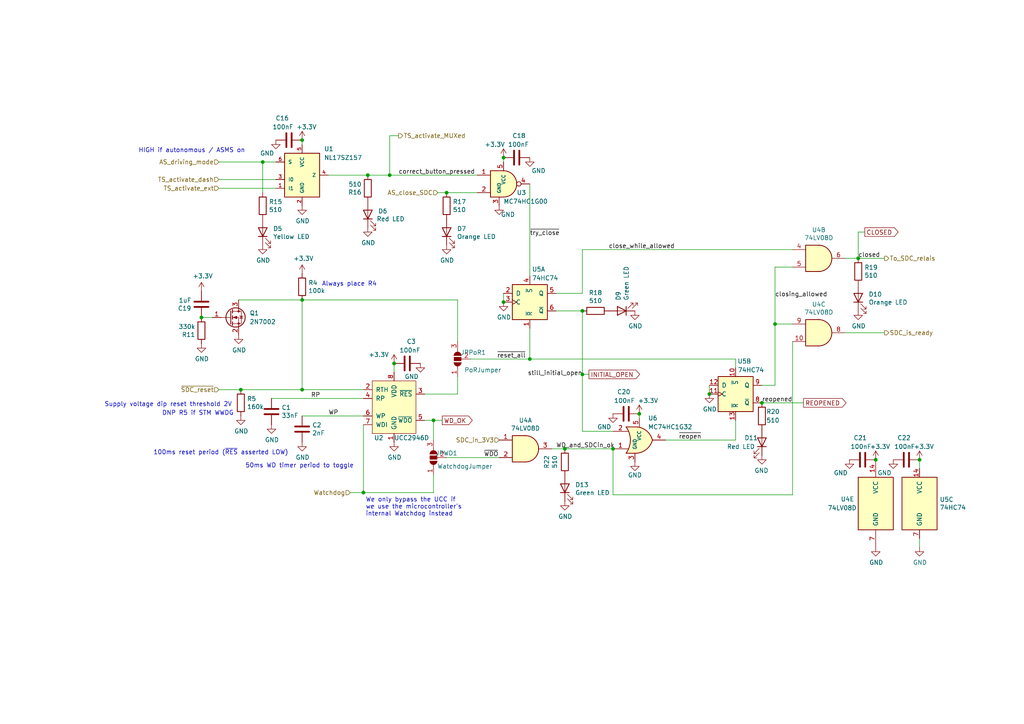
<source format=kicad_sch>
(kicad_sch (version 20211123) (generator eeschema)
  (paper "A4")
  (title_block (title "SDCL - Non-Programmable Logic") (date "2021-12-16") (rev "v1.0") (company "FaSTTUBe - Formula Student Team TU Berlin") (comment 1 "Car 113") (comment 2 "EBS Electronics") (comment 3 "Compliance for rule T 14.5.1 and T 14.5.2") (comment 4 "Hard-Wired logic for SDC relay latching and activation buttons"))
  (lib_symbols
    (symbol "74xx:74HC74" (pin_names (offset 1.016))
      (property "Reference" "U" (at -7.62 8.89 0))
      (property "Value" "74HC74" (at -7.62 -8.89 0))
      (symbol "74HC74_1_0"
        (pin input line (at 0 -7.62 90) (length 2.54) (name "~{R}") (number "1"))
        (pin input line (at -7.62 2.54 0) (length 2.54) (name "D") (number "2"))
        (pin input clock (at -7.62 0 0) (length 2.54) (name "C") (number "3"))
        (pin input line (at 0 7.62 270) (length 2.54) (name "~{S}") (number "4"))
        (pin output line (at 7.62 2.54 180) (length 2.54) (name "Q") (number "5"))
        (pin output line (at 7.62 -2.54 180) (length 2.54) (name "~{Q}") (number "6"))
      )
      (symbol "74HC74_1_1"
        (rectangle (start -5.08 5.08) (end 5.08 -5.08) (stroke (width 0.254)) (fill (type background)))
      )
      (symbol "74HC74_2_0"
        (pin input line (at 0 7.62 270) (length 2.54) (name "~{S}") (number "10"))
        (pin input clock (at -7.62 0 0) (length 2.54) (name "C") (number "11"))
        (pin input line (at -7.62 2.54 0) (length 2.54) (name "D") (number "12"))
        (pin input line (at 0 -7.62 90) (length 2.54) (name "~{R}") (number "13"))
        (pin output line (at 7.62 -2.54 180) (length 2.54) (name "~{Q}") (number "8"))
        (pin output line (at 7.62 2.54 180) (length 2.54) (name "Q") (number "9"))
      )
      (symbol "74HC74_2_1"
        (rectangle (start -5.08 5.08) (end 5.08 -5.08) (stroke (width 0.254)) (fill (type background)))
      )
      (symbol "74HC74_3_0"
        (pin power_in line (at 0 10.16 270) (length 2.54) (name "VCC") (number "14"))
        (pin power_in line (at 0 -10.16 90) (length 2.54) (name "GND") (number "7"))
      )
      (symbol "74HC74_3_1"
        (rectangle (start -5.08 7.62) (end 5.08 -7.62) (stroke (width 0.254)) (fill (type background)))
      )
    )
    (symbol "Custom:74LV08D" (pin_names (offset 1.016))
      (property "Reference" "U" (at 3.81 6.35 0))
      (property "Value" "74LV08D" (at 7.62 3.81 0))
      (symbol "74LV08D_1_1"
        (arc (start 0 -3.81) (mid 3.81 0) (end 0 3.81) (stroke (width 0.254)) (fill (type background)))
        (polyline (pts (xy 0 3.81) (xy -3.81 3.81) (xy -3.81 -3.81) (xy 0 -3.81)) (stroke (width 0.254)) (fill (type background)))
        (pin input line (at -7.62 2.54 0) (length 3.81) (name "~") (number "1"))
        (pin input line (at -7.62 -2.54 0) (length 3.81) (name "~") (number "2"))
        (pin output line (at 7.62 0 180) (length 3.81) (name "~") (number "3"))
      )
      (symbol "74LV08D_1_2"
        (arc (start -3.81 -3.81) (mid -2.589 0) (end -3.81 3.81) (stroke (width 0.254)))
        (arc (start -0.6096 -3.81) (mid 2.1842 -2.5851) (end 3.81 0) (stroke (width 0.254)) (fill (type background)))
        (polyline (pts (xy -3.81 -3.81) (xy -0.635 -3.81)) (stroke (width 0.254)) (fill (type background)))
        (polyline (pts (xy -3.81 3.81) (xy -0.635 3.81)) (stroke (width 0.254)) (fill (type background)))
        (polyline (pts (xy -0.635 3.81) (xy -3.81 3.81) (xy -3.81 3.81) (xy -3.556 3.4036) (xy -3.0226 2.2606) (xy -2.6924 1.0414) (xy -2.6162 -0.254) (xy -2.7686 -1.4986) (xy -3.175 -2.7178) (xy -3.81 -3.81) (xy -3.81 -3.81) (xy -0.635 -3.81)) (stroke (width -25.4)) (fill (type background)))
        (arc (start 3.81 0) (mid 2.1915 2.5936) (end -0.6096 3.81) (stroke (width 0.254)) (fill (type background)))
        (pin input inverted (at -7.62 2.54 0) (length 4.318) (name "~") (number "1"))
        (pin input inverted (at -7.62 -2.54 0) (length 4.318) (name "~") (number "2"))
        (pin output inverted (at 7.62 0 180) (length 3.81) (name "~") (number "3"))
      )
      (symbol "74LV08D_2_1"
        (arc (start 0 -3.81) (mid 3.81 0) (end 0 3.81) (stroke (width 0.254)) (fill (type background)))
        (polyline (pts (xy 0 3.81) (xy -3.81 3.81) (xy -3.81 -3.81) (xy 0 -3.81)) (stroke (width 0.254)) (fill (type background)))
        (pin input line (at -7.62 2.54 0) (length 3.81) (name "~") (number "4"))
        (pin input line (at -7.62 -2.54 0) (length 3.81) (name "~") (number "5"))
        (pin output line (at 7.62 0 180) (length 3.81) (name "~") (number "6"))
      )
      (symbol "74LV08D_2_2"
        (arc (start -3.81 -3.81) (mid -2.589 0) (end -3.81 3.81) (stroke (width 0.254)))
        (arc (start -0.6096 -3.81) (mid 2.1842 -2.5851) (end 3.81 0) (stroke (width 0.254)) (fill (type background)))
        (polyline (pts (xy -3.81 -3.81) (xy -0.635 -3.81)) (stroke (width 0.254)) (fill (type background)))
        (polyline (pts (xy -3.81 3.81) (xy -0.635 3.81)) (stroke (width 0.254)) (fill (type background)))
        (polyline (pts (xy -0.635 3.81) (xy -3.81 3.81) (xy -3.81 3.81) (xy -3.556 3.4036) (xy -3.0226 2.2606) (xy -2.6924 1.0414) (xy -2.6162 -0.254) (xy -2.7686 -1.4986) (xy -3.175 -2.7178) (xy -3.81 -3.81) (xy -3.81 -3.81) (xy -0.635 -3.81)) (stroke (width -25.4)) (fill (type background)))
        (arc (start 3.81 0) (mid 2.1915 2.5936) (end -0.6096 3.81) (stroke (width 0.254)) (fill (type background)))
        (pin input inverted (at -7.62 2.54 0) (length 4.318) (name "~") (number "4"))
        (pin input inverted (at -7.62 -2.54 0) (length 4.318) (name "~") (number "5"))
        (pin output inverted (at 7.62 0 180) (length 3.81) (name "~") (number "6"))
      )
      (symbol "74LV08D_3_1"
        (arc (start 0 -3.81) (mid 3.81 0) (end 0 3.81) (stroke (width 0.254)) (fill (type background)))
        (polyline (pts (xy 0 3.81) (xy -3.81 3.81) (xy -3.81 -3.81) (xy 0 -3.81)) (stroke (width 0.254)) (fill (type background)))
        (pin input line (at -7.62 -2.54 0) (length 3.81) (name "~") (number "10"))
        (pin output line (at 7.62 0 180) (length 3.81) (name "~") (number "8"))
        (pin input line (at -7.62 2.54 0) (length 3.81) (name "~") (number "9"))
      )
      (symbol "74LV08D_3_2"
        (arc (start -3.81 -3.81) (mid -2.589 0) (end -3.81 3.81) (stroke (width 0.254)))
        (arc (start -0.6096 -3.81) (mid 2.1842 -2.5851) (end 3.81 0) (stroke (width 0.254)) (fill (type background)))
        (polyline (pts (xy -3.81 -3.81) (xy -0.635 -3.81)) (stroke (width 0.254)) (fill (type background)))
        (polyline (pts (xy -3.81 3.81) (xy -0.635 3.81)) (stroke (width 0.254)) (fill (type background)))
        (polyline (pts (xy -0.635 3.81) (xy -3.81 3.81) (xy -3.81 3.81) (xy -3.556 3.4036) (xy -3.0226 2.2606) (xy -2.6924 1.0414) (xy -2.6162 -0.254) (xy -2.7686 -1.4986) (xy -3.175 -2.7178) (xy -3.81 -3.81) (xy -3.81 -3.81) (xy -0.635 -3.81)) (stroke (width -25.4)) (fill (type background)))
        (arc (start 3.81 0) (mid 2.1915 2.5936) (end -0.6096 3.81) (stroke (width 0.254)) (fill (type background)))
        (pin input inverted (at -7.62 -2.54 0) (length 4.318) (name "~") (number "10"))
        (pin output inverted (at 7.62 0 180) (length 3.81) (name "~") (number "8"))
        (pin input inverted (at -7.62 2.54 0) (length 4.318) (name "~") (number "9"))
      )
      (symbol "74LV08D_4_1"
        (arc (start 0 -3.81) (mid 3.81 0) (end 0 3.81) (stroke (width 0.254)) (fill (type background)))
        (polyline (pts (xy 0 3.81) (xy -3.81 3.81) (xy -3.81 -3.81) (xy 0 -3.81)) (stroke (width 0.254)) (fill (type background)))
        (pin output line (at 7.62 0 180) (length 3.81) (name "~") (number "11"))
        (pin input line (at -7.62 2.54 0) (length 3.81) (name "~") (number "12"))
        (pin input line (at -7.62 -2.54 0) (length 3.81) (name "~") (number "13"))
      )
      (symbol "74LV08D_4_2"
        (arc (start -3.81 -3.81) (mid -2.589 0) (end -3.81 3.81) (stroke (width 0.254)))
        (arc (start -0.6096 -3.81) (mid 2.1842 -2.5851) (end 3.81 0) (stroke (width 0.254)) (fill (type background)))
        (polyline (pts (xy -3.81 -3.81) (xy -0.635 -3.81)) (stroke (width 0.254)) (fill (type background)))
        (polyline (pts (xy -3.81 3.81) (xy -0.635 3.81)) (stroke (width 0.254)) (fill (type background)))
        (polyline (pts (xy -0.635 3.81) (xy -3.81 3.81) (xy -3.81 3.81) (xy -3.556 3.4036) (xy -3.0226 2.2606) (xy -2.6924 1.0414) (xy -2.6162 -0.254) (xy -2.7686 -1.4986) (xy -3.175 -2.7178) (xy -3.81 -3.81) (xy -3.81 -3.81) (xy -0.635 -3.81)) (stroke (width -25.4)) (fill (type background)))
        (arc (start 3.81 0) (mid 2.1915 2.5936) (end -0.6096 3.81) (stroke (width 0.254)) (fill (type background)))
        (pin output inverted (at 7.62 0 180) (length 3.81) (name "~") (number "11"))
        (pin input inverted (at -7.62 2.54 0) (length 4.318) (name "~") (number "12"))
        (pin input inverted (at -7.62 -2.54 0) (length 4.318) (name "~") (number "13"))
      )
      (symbol "74LV08D_5_0"
        (pin power_in line (at 0 12.7 270) (length 5.08) (name "VCC") (number "14"))
        (pin power_in line (at 0 -12.7 90) (length 5.08) (name "GND") (number "7"))
      )
      (symbol "74LV08D_5_1"
        (rectangle (start -5.08 7.62) (end 5.08 -7.62) (stroke (width 0.254)) (fill (type background)))
      )
    )
    (symbol "Custom:MC74HC1G00" (pin_names (offset 1.016))
      (property "Reference" "U" (at 1.27 7.62 0))
      (property "Value" "MC74HC1G00" (at 7.62 5.08 0))
      (symbol "MC74HC1G00_1_1"
        (arc (start 0 -3.81) (mid 3.81 0) (end 0 3.81) (stroke (width 0.254)) (fill (type background)))
        (polyline (pts (xy 0 3.81) (xy -3.81 3.81) (xy -3.81 -3.81) (xy 0 -3.81)) (stroke (width 0.254)) (fill (type background)))
        (pin input line (at -7.62 2.54 0) (length 3.81) (name "~") (number "1"))
        (pin input line (at -7.62 -2.54 0) (length 3.81) (name "~") (number "2"))
        (pin power_in line (at -1.27 -6.35 90) (length 2.54) (name "GND") (number "3"))
        (pin output inverted (at 7.62 0 180) (length 3.81) (name "~") (number "4"))
        (pin power_in line (at 0 6.35 270) (length 2.54) (name "VCC") (number "5"))
      )
      (symbol "MC74HC1G00_1_2"
        (arc (start -3.81 -3.81) (mid -2.589 0) (end -3.81 3.81) (stroke (width 0.254)))
        (arc (start -0.6096 -3.81) (mid 2.1842 -2.5851) (end 3.81 0) (stroke (width 0.254)) (fill (type background)))
        (polyline (pts (xy -3.81 -3.81) (xy -0.635 -3.81)) (stroke (width 0.254)) (fill (type background)))
        (polyline (pts (xy -3.81 3.81) (xy -0.635 3.81)) (stroke (width 0.254)) (fill (type background)))
        (polyline (pts (xy -0.635 3.81) (xy -3.81 3.81) (xy -3.81 3.81) (xy -3.556 3.4036) (xy -3.0226 2.2606) (xy -2.6924 1.0414) (xy -2.6162 -0.254) (xy -2.7686 -1.4986) (xy -3.175 -2.7178) (xy -3.81 -3.81) (xy -3.81 -3.81) (xy -0.635 -3.81)) (stroke (width -25.4)) (fill (type background)))
        (arc (start 3.81 0) (mid 2.1915 2.5936) (end -0.6096 3.81) (stroke (width 0.254)) (fill (type background)))
        (pin input inverted (at -7.62 2.54 0) (length 4.318) (name "~") (number "1"))
        (pin input inverted (at -7.62 -2.54 0) (length 4.318) (name "~") (number "2"))
        (pin output line (at 7.62 0 180) (length 3.81) (name "~") (number "3"))
      )
    )
    (symbol "Custom:MC74HC1G32" (pin_names (offset 1.016))
      (property "Reference" "U6" (at 2.54 6.35 0))
      (property "Value" "MC74HC1G32" (at 2.54 3.81 0))
      (symbol "MC74HC1G32_1_1"
        (arc (start -3.81 -3.81) (mid -2.589 0) (end -3.81 3.81) (stroke (width 0.254)))
        (arc (start -0.6096 -3.81) (mid 2.1842 -2.5851) (end 3.81 0) (stroke (width 0.254)) (fill (type background)))
        (polyline (pts (xy -3.81 -3.81) (xy -0.635 -3.81)) (stroke (width 0.254)) (fill (type background)))
        (polyline (pts (xy -3.81 3.81) (xy -0.635 3.81)) (stroke (width 0.254)) (fill (type background)))
        (polyline (pts (xy -0.635 3.81) (xy -3.81 3.81) (xy -3.81 3.81) (xy -3.556 3.4036) (xy -3.0226 2.2606) (xy -2.6924 1.0414) (xy -2.6162 -0.254) (xy -2.7686 -1.4986) (xy -3.175 -2.7178) (xy -3.81 -3.81) (xy -3.81 -3.81) (xy -0.635 -3.81)) (stroke (width -25.4)) (fill (type background)))
        (arc (start 3.81 0) (mid 2.1915 2.5936) (end -0.6096 3.81) (stroke (width 0.254)) (fill (type background)))
        (pin input line (at -7.62 -2.54 0) (length 4.318) (name "~") (number "1"))
        (pin input line (at -7.62 2.54 0) (length 4.318) (name "~") (number "2"))
        (pin power_in line (at -1.27 -6.35 90) (length 2.54) (name "GND") (number "3"))
        (pin output line (at 7.62 0 180) (length 3.81) (name "~") (number "4"))
        (pin power_in line (at 0 6.35 270) (length 2.54) (name "VCC") (number "5"))
      )
      (symbol "MC74HC1G32_1_2"
        (arc (start 0 -3.81) (mid 3.81 0) (end 0 3.81) (stroke (width 0.254)) (fill (type background)))
        (polyline (pts (xy 0 3.81) (xy -3.81 3.81) (xy -3.81 -3.81) (xy 0 -3.81)) (stroke (width 0.254)) (fill (type background)))
        (pin input inverted (at -7.62 2.54 0) (length 3.81) (name "~") (number "1"))
        (pin input inverted (at -7.62 -2.54 0) (length 3.81) (name "~") (number "2"))
        (pin output inverted (at 7.62 0 180) (length 3.81) (name "~") (number "3"))
      )
    )
    (symbol "Custom:NL17SZ157" (pin_names (offset 1.016))
      (property "Reference" "U" (at 0 15.24 0))
      (property "Value" "NL17SZ157" (at 0 12.7 0))
      (symbol "NL17SZ157_1_1"
        (rectangle (start -5.08 6.35) (end 5.08 -6.35) (stroke (width 0.254)) (fill (type background)))
        (pin input line (at -7.62 -3.81 0) (length 2.54) (name "I1") (number "1"))
        (pin power_in line (at 0 -8.89 90) (length 2.54) (name "GND") (number "2"))
        (pin input line (at -7.62 -1.27 0) (length 2.54) (name "I0") (number "3"))
        (pin output line (at 7.62 0 180) (length 2.54) (name "Z") (number "4"))
        (pin power_in line (at 0 8.89 270) (length 2.54) (name "VCC") (number "5"))
        (pin input line (at -7.62 3.81 0) (length 2.54) (name "S") (number "6"))
      )
    )
    (symbol "Custom:UCC2946" (pin_names (offset 1.016))
      (property "Reference" "U" (at 0 15.24 0))
      (property "Value" "UCC2946" (at 0 12.7 0))
      (symbol "UCC2946_0_1"
        (rectangle (start -6.35 7.62) (end 6.35 -7.62) (fill (type background)))
      )
      (symbol "UCC2946_1_1"
        (pin power_in line (at 0 -10.16 90) (length 2.54) (name "GND") (number "1"))
        (pin input line (at -8.89 5.08 0) (length 2.54) (name "RTH") (number "2"))
        (pin input line (at 8.89 3.81 180) (length 2.54) (name "~{RES}") (number "3"))
        (pin input line (at -8.89 2.54 0) (length 2.54) (name "RP") (number "4"))
        (pin input line (at 8.89 -3.81 180) (length 2.54) (name "~{WDO}") (number "5"))
        (pin input line (at -8.89 -2.54 0) (length 2.54) (name "WP") (number "6"))
        (pin input line (at -8.89 -5.08 0) (length 2.54) (name "WDI") (number "7"))
        (pin power_in line (at 0 10.16 270) (length 2.54) (name "VDD") (number "8"))
      )
    )
    (symbol "Device:C" (pin_numbers hide) (pin_names (offset 0.254))
      (property "Reference" "C" (at 0.635 2.54 0))
      (property "Value" "C" (at 0.635 -2.54 0))
      (symbol "C_0_1"
        (polyline (pts (xy -2.032 -0.762) (xy 2.032 -0.762)) (stroke (width 0.508)))
        (polyline (pts (xy -2.032 0.762) (xy 2.032 0.762)) (stroke (width 0.508)))
      )
      (symbol "C_1_1"
        (pin passive line (at 0 3.81 270) (length 2.794) (name "~") (number "1"))
        (pin passive line (at 0 -3.81 90) (length 2.794) (name "~") (number "2"))
      )
    )
    (symbol "Device:LED" (pin_numbers hide) (pin_names (offset 1.016) hide)
      (property "Reference" "D" (at 0 2.54 0))
      (property "Value" "LED" (at 0 -2.54 0))
      (symbol "LED_0_1"
        (polyline (pts (xy -1.27 -1.27) (xy -1.27 1.27)) (stroke (width 0.254)))
        (polyline (pts (xy -1.27 0) (xy 1.27 0)))
        (polyline (pts (xy 1.27 -1.27) (xy 1.27 1.27) (xy -1.27 0) (xy 1.27 -1.27)) (stroke (width 0.254)))
        (polyline (pts (xy -3.048 -0.762) (xy -4.572 -2.286) (xy -3.81 -2.286) (xy -4.572 -2.286) (xy -4.572 -1.524)))
        (polyline (pts (xy -1.778 -0.762) (xy -3.302 -2.286) (xy -2.54 -2.286) (xy -3.302 -2.286) (xy -3.302 -1.524)))
      )
      (symbol "LED_1_1"
        (pin passive line (at -3.81 0 0) (length 2.54) (name "K") (number "1"))
        (pin passive line (at 3.81 0 180) (length 2.54) (name "A") (number "2"))
      )
    )
    (symbol "Device:Q_NMOS_GSD" (pin_names (offset 0) hide)
      (property "Reference" "Q" (at 5.08 1.27 0))
      (property "Value" "Q_NMOS_GSD" (at 5.08 -1.27 0))
      (symbol "Q_NMOS_GSD_0_1"
        (polyline (pts (xy 0.254 0) (xy -2.54 0)))
        (polyline (pts (xy 0.254 1.905) (xy 0.254 -1.905)) (stroke (width 0.254)))
        (polyline (pts (xy 0.762 -1.27) (xy 0.762 -2.286)) (stroke (width 0.254)))
        (polyline (pts (xy 0.762 0.508) (xy 0.762 -0.508)) (stroke (width 0.254)))
        (polyline (pts (xy 0.762 2.286) (xy 0.762 1.27)) (stroke (width 0.254)))
        (polyline (pts (xy 2.54 2.54) (xy 2.54 1.778)))
        (polyline (pts (xy 2.54 -2.54) (xy 2.54 0) (xy 0.762 0)))
        (polyline (pts (xy 0.762 -1.778) (xy 3.302 -1.778) (xy 3.302 1.778) (xy 0.762 1.778)))
        (polyline (pts (xy 1.016 0) (xy 2.032 0.381) (xy 2.032 -0.381) (xy 1.016 0)) (fill (type outline)))
        (polyline (pts (xy 2.794 0.508) (xy 2.921 0.381) (xy 3.683 0.381) (xy 3.81 0.254)))
        (polyline (pts (xy 3.302 0.381) (xy 2.921 -0.254) (xy 3.683 -0.254) (xy 3.302 0.381)))
        (circle (center 1.651 0) (radius 2.794) (stroke (width 0.254)))
        (circle (center 2.54 -1.778) (radius 0.254) (fill (type outline)))
        (circle (center 2.54 1.778) (radius 0.254) (fill (type outline)))
      )
      (symbol "Q_NMOS_GSD_1_1"
        (pin input line (at -5.08 0 0) (length 2.54) (name "G") (number "1"))
        (pin passive line (at 2.54 -5.08 90) (length 2.54) (name "S") (number "2"))
        (pin passive line (at 2.54 5.08 270) (length 2.54) (name "D") (number "3"))
      )
    )
    (symbol "Device:R" (pin_numbers hide) (pin_names (offset 0))
      (property "Reference" "R" (at 2.032 0 90))
      (property "Value" "R" (at 0 0 90))
      (symbol "R_0_1"
        (rectangle (start -1.016 -2.54) (end 1.016 2.54) (stroke (width 0.254)))
      )
      (symbol "R_1_1"
        (pin passive line (at 0 3.81 270) (length 1.27) (name "~") (number "1"))
        (pin passive line (at 0 -3.81 90) (length 1.27) (name "~") (number "2"))
      )
    )
    (symbol "Jumper:SolderJumper_3_Open" (pin_names (offset 0) hide)
      (property "Reference" "JP" (at -2.54 -2.54 0))
      (property "Value" "SolderJumper_3_Open" (at 0 2.794 0))
      (symbol "SolderJumper_3_Open_0_1"
        (arc (start -1.016 1.016) (mid -2.032 0) (end -1.016 -1.016))
        (arc (start -1.016 1.016) (mid -2.032 0) (end -1.016 -1.016) (fill (type outline)))
        (rectangle (start -0.508 1.016) (end 0.508 -1.016) (fill (type outline)))
        (polyline (pts (xy -2.54 0) (xy -2.032 0)))
        (polyline (pts (xy -1.016 1.016) (xy -1.016 -1.016)))
        (polyline (pts (xy 0 -1.27) (xy 0 -1.016)))
        (polyline (pts (xy 1.016 1.016) (xy 1.016 -1.016)))
        (polyline (pts (xy 2.54 0) (xy 2.032 0)))
        (arc (start 1.016 -1.016) (mid 2.032 0) (end 1.016 1.016))
        (arc (start 1.016 -1.016) (mid 2.032 0) (end 1.016 1.016) (fill (type outline)))
      )
      (symbol "SolderJumper_3_Open_1_1"
        (pin passive line (at -5.08 0 0) (length 2.54) (name "A") (number "1"))
        (pin passive line (at 0 -3.81 90) (length 2.54) (name "C") (number "2"))
        (pin passive line (at 5.08 0 180) (length 2.54) (name "B") (number "3"))
      )
    )
    (symbol "power:+3.3V" (power) (pin_names (offset 0))
      (property "Value" "+3.3V" (at 0 3.556 0))
      (symbol "+3.3V_0_1"
        (polyline (pts (xy -0.762 1.27) (xy 0 2.54)))
        (polyline (pts (xy 0 0) (xy 0 2.54)))
        (polyline (pts (xy 0 2.54) (xy 0.762 1.27)))
      )
      (symbol "+3.3V_1_1"
        (pin power_in line (at 0 0 90) (length 0) hide (name "+3.3V") (number "1"))
      )
    )
    (symbol "power:GND" (power) (pin_names (offset 0))
      (property "Value" "GND" (at 0 -3.81 0))
      (symbol "GND_0_1"
        (polyline (pts (xy 0 0) (xy 0 -1.27) (xy 1.27 -1.27) (xy 0 -2.54) (xy -1.27 -1.27) (xy 0 -1.27)))
      )
      (symbol "GND_1_1"
        (pin power_in line (at 0 0 270) (length 0) hide (name "GND") (number "1"))
      )
    )
  )
  (junction (at 185.42 120.015))
  (junction (at 168.91 108.585))
  (junction (at 114.3 105.41))
  (junction (at 224.79 93.98))
  (junction (at 113.03 50.8))
  (junction (at 87.63 86.995))
  (junction (at 220.98 116.84))
  (junction (at 168.91 90.17))
  (junction (at 248.92 74.93))
  (junction (at 266.7 133.35))
  (junction (at 146.05 87.63))
  (junction (at 125.73 121.92))
  (junction (at 105.41 142.875))
  (junction (at 163.83 130.175))
  (junction (at 146.05 45.72))
  (junction (at 177.8 130.175))
  (junction (at 106.68 50.8))
  (junction (at 153.67 104.14))
  (junction (at 58.42 92.075))
  (junction (at 254 133.35))
  (junction (at 129.54 55.88))
  (junction (at 69.85 113.03))
  (junction (at 87.63 113.03))
  (junction (at 76.2 46.99))
  (junction (at 87.63 40.64))
  (junction (at 205.74 114.3))
  (wire (pts (xy 63.5 54.61) (xy 80.01 54.61)))
  (wire (pts (xy 245.11 96.52) (xy 256.54 96.52)))
  (wire (pts (xy 224.79 111.76) (xy 224.79 93.98)))
  (wire (pts (xy 161.29 85.09) (xy 168.91 85.09)))
  (wire (pts (xy 213.36 104.14) (xy 153.67 104.14)))
  (wire (pts (xy 128.27 121.92) (xy 125.73 121.92)))
  (wire (pts (xy 113.03 50.8) (xy 138.43 50.8)))
  (wire (pts (xy 127 55.88) (xy 129.54 55.88)))
  (wire (pts (xy 113.03 39.37) (xy 115.57 39.37)))
  (wire (pts (xy 153.67 53.34) (xy 153.67 80.01)))
  (wire (pts (xy 87.63 40.64) (xy 87.63 41.91)))
  (wire (pts (xy 168.91 108.585) (xy 168.91 125.095)))
  (wire (pts (xy 69.85 113.03) (xy 87.63 113.03)))
  (wire (pts (xy 132.715 99.06) (xy 132.715 86.995)))
  (wire (pts (xy 250.825 67.31) (xy 248.92 67.31)))
  (wire (pts (xy 224.79 93.98) (xy 224.79 77.47)))
  (wire (pts (xy 123.19 114.3) (xy 132.715 114.3)))
  (wire (pts (xy 106.68 50.8) (xy 113.03 50.8)))
  (wire (pts (xy 125.73 127.635) (xy 125.73 121.92)))
  (wire (pts (xy 63.5 46.99) (xy 76.2 46.99)))
  (wire (pts (xy 224.79 77.47) (xy 229.87 77.47)))
  (wire (pts (xy 136.525 104.14) (xy 153.67 104.14)))
  (wire (pts (xy 129.54 55.88) (xy 138.43 55.88)))
  (wire (pts (xy 213.36 127.635) (xy 213.36 121.92)))
  (wire (pts (xy 76.2 46.99) (xy 76.2 55.88)))
  (wire (pts (xy 125.73 137.795) (xy 125.73 142.875)))
  (wire (pts (xy 168.91 90.17) (xy 161.29 90.17)))
  (wire (pts (xy 163.83 130.175) (xy 177.8 130.175)))
  (wire (pts (xy 95.25 50.8) (xy 106.68 50.8)))
  (wire (pts (xy 185.42 120.015) (xy 185.42 121.285)))
  (wire (pts (xy 168.91 90.17) (xy 168.91 108.585)))
  (wire (pts (xy 213.36 104.14) (xy 213.36 106.68)))
  (wire (pts (xy 63.5 113.03) (xy 69.85 113.03)))
  (wire (pts (xy 266.7 135.89) (xy 266.7 133.35)))
  (wire (pts (xy 78.74 115.57) (xy 105.41 115.57)))
  (wire (pts (xy 193.04 127.635) (xy 213.36 127.635)))
  (wire (pts (xy 58.42 92.075) (xy 61.595 92.075)))
  (wire (pts (xy 177.8 143.51) (xy 177.8 130.175)))
  (wire (pts (xy 114.3 105.41) (xy 114.3 107.95)))
  (wire (pts (xy 129.54 132.715) (xy 144.78 132.715)))
  (wire (pts (xy 153.67 95.25) (xy 153.67 104.14)))
  (wire (pts (xy 168.91 72.39) (xy 168.91 85.09)))
  (wire (pts (xy 123.19 121.92) (xy 125.73 121.92)))
  (wire (pts (xy 220.98 116.84) (xy 233.045 116.84)))
  (wire (pts (xy 87.63 86.995) (xy 87.63 113.03)))
  (wire (pts (xy 220.98 111.76) (xy 224.79 111.76)))
  (wire (pts (xy 125.73 142.875) (xy 105.41 142.875)))
  (wire (pts (xy 266.7 158.75) (xy 266.7 156.21)))
  (wire (pts (xy 160.02 130.175) (xy 163.83 130.175)))
  (wire (pts (xy 248.92 74.93) (xy 256.54 74.93)))
  (wire (pts (xy 101.6 142.875) (xy 105.41 142.875)))
  (wire (pts (xy 146.05 45.72) (xy 146.05 46.99)))
  (wire (pts (xy 87.63 86.995) (xy 69.215 86.995)))
  (wire (pts (xy 63.5 52.07) (xy 80.01 52.07)))
  (wire (pts (xy 168.91 125.095) (xy 177.8 125.095)))
  (wire (pts (xy 205.74 111.76) (xy 205.74 114.3)))
  (wire (pts (xy 248.92 67.31) (xy 248.92 74.93)))
  (wire (pts (xy 146.05 85.09) (xy 146.05 87.63)))
  (wire (pts (xy 87.63 113.03) (xy 105.41 113.03)))
  (wire (pts (xy 113.03 39.37) (xy 113.03 50.8)))
  (wire (pts (xy 229.87 93.98) (xy 224.79 93.98)))
  (wire (pts (xy 168.91 72.39) (xy 229.87 72.39)))
  (wire (pts (xy 105.41 142.875) (xy 105.41 123.19)))
  (wire (pts (xy 132.715 109.22) (xy 132.715 114.3)))
  (wire (pts (xy 76.2 46.99) (xy 80.01 46.99)))
  (wire (pts (xy 168.91 108.585) (xy 170.815 108.585)))
  (wire (pts (xy 245.11 74.93) (xy 248.92 74.93)))
  (wire (pts (xy 229.87 99.06) (xy 229.87 143.51)))
  (wire (pts (xy 87.63 86.995) (xy 132.715 86.995)))
  (wire (pts (xy 229.87 143.51) (xy 177.8 143.51)))
  (wire (pts (xy 87.63 120.65) (xy 105.41 120.65)))
  (text "Supply voltage dip reset threshold 2V" (at 67.31 118.11 180) (effects (font (size 1.27 1.27)) (justify right bottom)))
  (text "100ms reset period (~{RES} asserted LOW)" (at 44.45 132.08 0) (effects (font (size 1.27 1.27)) (justify left bottom)))
  (text "50ms WD timer period to toggle" (at 71.12 135.89 0) (effects (font (size 1.27 1.27)) (justify left bottom)))
  (text "Always place R4" (at 93.345 83.185 0) (effects (font (size 1.27 1.27)) (justify left bottom)))
  (text "HIGH if autonomous / ASMS on" (at 71.12 44.45 180) (effects (font (size 1.27 1.27)) (justify right bottom)))
  (text "We only bypass the UCC if\nwe use the microcontroller's\ninternal Watchdog instead\n" (at 106.045 149.86 0) (effects (font (size 1.27 1.27)) (justify left bottom)))
  (text "DNP R5 if STM WWDG" (at 46.99 120.65 0) (effects (font (size 1.27 1.27)) (justify left bottom)))
  (label "~{reopen}" (at 196.85 127.635 0))
  (label "reopened" (at 220.98 116.84 0))
  (label "correct_button_pressed" (at 115.57 50.8 0))
  (label "WP" (at 95.25 120.65 0))
  (label "WD_and_SDCin_ok" (at 161.29 130.175 0))
  (label "close_while_allowed" (at 176.53 72.39 0))
  (label "~{reset_all}" (at 144.145 104.14 0))
  (label "closing_allowed" (at 224.79 86.36 0))
  (label "~{WDO}" (at 140.335 132.715 0))
  (label "still_initial_open" (at 168.91 109.22 180))
  (label "closed" (at 248.92 74.93 0))
  (label "RP" (at 90.17 115.57 0))
  (label "~{try_close}" (at 153.67 68.58 0))
  (global_label "WD_OK" (shape output) (at 128.27 121.92 0) (property "Intersheet References" "${INTERSHEET_REFS}" (effects hide)))
  (global_label "CLOSED" (shape output) (at 250.825 67.31 0) (property "Intersheet References" "${INTERSHEET_REFS}" (effects hide)))
  (global_label "INITIAL_OPEN" (shape output) (at 170.815 108.585 0) (property "Intersheet References" "${INTERSHEET_REFS}" (effects hide)))
  (global_label "REOPENED" (shape output) (at 233.045 116.84 0) (property "Intersheet References" "${INTERSHEET_REFS}" (effects hide)))
  (hierarchical_label "SDC_in_3V3" (shape input) (at 144.78 127.635 180))
  (hierarchical_label "TS_activate_dash" (shape input) (at 63.5 52.07 180))
  (hierarchical_label "~{SDC_reset}" (shape input) (at 63.5 113.03 180))
  (hierarchical_label "AS_close_SDC" (shape input) (at 127 55.88 180))
  (hierarchical_label "SDC_is_ready" (shape output) (at 256.54 96.52 0))
  (hierarchical_label "TS_activate_MUXed" (shape output) (at 115.57 39.37 0))
  (hierarchical_label "AS_driving_mode" (shape input) (at 63.5 46.99 180))
  (hierarchical_label "TS_activate_ext" (shape input) (at 63.5 54.61 180))
  (hierarchical_label "Watchdog" (shape input) (at 101.6 142.875 180))
  (hierarchical_label "To_SDC_relais" (shape output) (at 256.54 74.93 0))
  (symbol (lib_id "Device:C") (at 78.74 119.38 0) (unit 1)
    (property "Reference" "C1" (at 81.661 118.2116 0) (effects (justify left)))
    (property "Value" "33nF" (at 81.661 120.523 0) (effects (justify left)))
    (property "Footprint" "Capacitor_SMD:C_0603_1608Metric_Pad1.08x0.95mm_HandSolder" (effects hide))
  )
  (symbol (lib_id "Device:C") (at 87.63 124.46 0) (unit 1)
    (property "Reference" "C2" (at 90.551 123.2916 0) (effects (justify left)))
    (property "Value" "2nF" (at 90.551 125.603 0) (effects (justify left)))
    (property "Footprint" "Capacitor_SMD:C_0603_1608Metric_Pad1.08x0.95mm_HandSolder" (effects hide))
  )
  (symbol (lib_id "Custom:UCC2946") (at 114.3 118.11 0) (unit 1)
    (property "Reference" "U2" (at 109.855 127 0))
    (property "Value" "UCC2946D" (at 119.38 127 0))
    (property "Footprint" "Package_SO:SOIC-8_3.9x4.9mm_P1.27mm" (effects hide))
    (property "Datasheet" "https://www.ti.com/lit/ds/symlink/ucc2946.pdf" (effects hide))
  )
  (symbol (lib_id "Device:C") (at 118.11 105.41 90) (unit 1)
    (property "Reference" "C3" (at 120.65 99.06 90) (effects (justify left)))
    (property "Value" "100nF" (at 121.92 101.6 90) (effects (justify left)))
    (property "Footprint" "Capacitor_SMD:C_0603_1608Metric_Pad1.08x0.95mm_HandSolder" (effects hide))
  )
  (symbol (lib_id "Device:R") (at 69.85 116.84 0) (unit 1)
    (property "Reference" "R5" (at 71.628 115.6716 0) (effects (justify left)))
    (property "Value" "160k" (at 71.628 117.983 0) (effects (justify left)))
    (property "Footprint" "Resistor_SMD:R_0603_1608Metric_Pad0.98x0.95mm_HandSolder" (effects hide))
  )
  (symbol (lib_id "Device:R") (at 87.63 83.185 0) (unit 1)
    (property "Reference" "R4" (at 89.408 82.0166 0) (effects (justify left)))
    (property "Value" "100k" (at 89.408 84.328 0) (effects (justify left)))
    (property "Footprint" "Resistor_SMD:R_0603_1608Metric_Pad0.98x0.95mm_HandSolder" (effects hide))
  )
  (symbol (lib_id "Custom:MC74HC1G00") (at 146.05 53.34 0) (unit 1)
    (property "Reference" "U3" (at 149.86 55.88 0) (effects (justify left)))
    (property "Value" "MC74HC1G00" (at 146.05 58.42 0) (effects (justify left)))
    (property "Footprint" "Package_TO_SOT_SMD:SOT-23-5_HandSoldering" (effects hide))
    (property "Datasheet" "http://www.ti.com/lit/gpn/sn74ls00" (effects hide))
  )
  (symbol (lib_id "power:GND") (at 144.78 59.69 0) (unit 1)
    (property "Reference" "#PWR0122" (effects hide))
    (property "Value" "GND" (at 147.32 62.23 0))
  )
  (symbol (lib_id "Custom:MC74HC1G32") (at 185.42 127.635 0) (unit 1)
    (property "Reference" "U6" (at 187.96 121.285 0) (effects (justify left)))
    (property "Value" "MC74HC1G32" (at 187.96 123.825 0) (effects (justify left)))
    (property "Footprint" "Package_TO_SOT_SMD:SOT-23-5_HandSoldering" (effects hide))
    (property "Datasheet" "https://www.mouser.de/datasheet/2/308/1/MC74HC1G32_D-2315545.pdf" (effects hide))
  )
  (symbol (lib_id "power:GND") (at 184.15 133.985 0) (unit 1)
    (property "Reference" "#PWR0124" (effects hide))
    (property "Value" "GND" (at 184.15 137.795 0))
  )
  (symbol (lib_id "power:+3.3V") (at 185.42 120.015 0) (unit 1)
    (property "Reference" "#PWR0125" (effects hide))
    (property "Value" "+3.3V" (at 187.96 116.205 0))
  )
  (symbol (lib_id "power:GND") (at 121.92 105.41 0) (unit 1)
    (property "Reference" "#PWR0112" (effects hide))
    (property "Value" "GND" (at 119.38 109.22 0))
  )
  (symbol (lib_id "Custom:74LV08D") (at 152.4 130.175 0) (unit 1)
    (property "Reference" "U4" (at 152.4 121.92 0))
    (property "Value" "74LV08D" (at 152.4 124.2314 0))
    (property "Footprint" "Package_SO:SOIC-14_3.9x8.7mm_P1.27mm" (effects hide))
    (property "Datasheet" "https://www.mouser.de/datasheet/2/916/74LV08-1388983.pdf" (effects hide))
  )
  (symbol (lib_id "power:GND") (at 87.63 128.27 0) (unit 1)
    (property "Reference" "#PWR0113" (effects hide))
    (property "Value" "GND" (at 87.757 132.6642 0))
  )
  (symbol (lib_id "Custom:74LV08D") (at 237.49 74.93 0) (unit 2)
    (property "Reference" "U4" (at 237.49 66.675 0))
    (property "Value" "74LV08D" (at 237.49 68.9864 0))
    (property "Footprint" "Package_SO:SOIC-14_3.9x8.7mm_P1.27mm" (effects hide))
    (property "Datasheet" "https://www.mouser.de/datasheet/2/916/74LV08-1388983.pdf" (effects hide))
  )
  (symbol (lib_id "Custom:74LV08D") (at 237.49 96.52 0) (unit 3)
    (property "Reference" "U4" (at 237.49 88.265 0))
    (property "Value" "74LV08D" (at 237.49 90.5764 0))
    (property "Footprint" "Package_SO:SOIC-14_3.9x8.7mm_P1.27mm" (effects hide))
    (property "Datasheet" "https://www.mouser.de/datasheet/2/916/74LV08-1388983.pdf" (effects hide))
  )
  (symbol (lib_id "power:GND") (at 146.05 87.63 0) (unit 1)
    (property "Reference" "#PWR0115" (effects hide))
    (property "Value" "GND" (at 146.177 92.0242 0))
  )
  (symbol (lib_id "Custom:74LV08D") (at 254 146.05 0) (unit 5)
    (property "Reference" "U4" (at 243.84 144.78 0) (effects (justify left)))
    (property "Value" "74LV08D" (at 240.03 147.32 0) (effects (justify left)))
    (property "Footprint" "Package_SO:SOIC-14_3.9x8.7mm_P1.27mm" (effects hide))
    (property "Datasheet" "https://www.mouser.de/datasheet/2/916/74LV08-1388983.pdf" (effects hide))
  )
  (symbol (lib_id "power:GND") (at 205.74 114.3 0) (unit 1)
    (property "Reference" "#PWR0118" (effects hide))
    (property "Value" "GND" (at 205.867 118.6942 0))
  )
  (symbol (lib_id "power:+3.3V") (at 254 133.35 0) (unit 1)
    (property "Reference" "#PWR0126" (effects hide))
    (property "Value" "+3.3V" (at 255.27 129.54 0))
  )
  (symbol (lib_id "power:GND") (at 254 158.75 0) (unit 1)
    (property "Reference" "#PWR0127" (effects hide))
    (property "Value" "GND" (at 254.127 163.1442 0))
  )
  (symbol (lib_id "power:+3.3V") (at 114.3 105.41 0) (unit 1)
    (property "Reference" "#PWR0128" (effects hide))
    (property "Value" "+3.3V" (at 109.855 102.87 0))
  )
  (symbol (lib_id "power:+3.3V") (at 87.63 79.375 0) (unit 1)
    (property "Reference" "#PWR0129" (effects hide))
    (property "Value" "+3.3V" (at 88.011 74.9808 0))
  )
  (symbol (lib_id "power:GND") (at 69.85 120.65 0) (unit 1)
    (property "Reference" "#PWR0130" (effects hide))
    (property "Value" "GND" (at 69.977 125.0442 0))
  )
  (symbol (lib_id "power:GND") (at 78.74 123.19 0) (unit 1)
    (property "Reference" "#PWR0131" (effects hide))
    (property "Value" "GND" (at 78.867 127.5842 0))
  )
  (symbol (lib_id "Custom:NL17SZ157") (at 87.63 50.8 0) (unit 1)
    (property "Reference" "U1" (at 93.98 43.18 0) (effects (justify left)))
    (property "Value" "NL17SZ157" (at 93.98 45.72 0) (effects (justify left)))
    (property "Footprint" "Package_TO_SOT_SMD:SOT-23-6_Handsoldering" (effects hide))
    (property "Datasheet" "https://www.mouser.de/datasheet/2/308/1/NL17SZ157_D-2318109.pdf" (effects hide))
  )
  (symbol (lib_id "power:GND") (at 114.3 128.27 0) (unit 1)
    (property "Reference" "#PWR0132" (effects hide))
    (property "Value" "GND" (at 114.427 132.6642 0))
  )
  (symbol (lib_id "power:GND") (at 87.63 59.69 0) (unit 1)
    (property "Reference" "#PWR0116" (effects hide))
    (property "Value" "GND" (at 87.757 64.0842 0))
  )
  (symbol (lib_id "Device:LED") (at 248.92 86.36 90) (unit 1)
    (property "Reference" "D10" (at 251.9172 85.3694 90) (effects (justify right)))
    (property "Value" "Orange LED" (at 251.9172 87.6808 90) (effects (justify right)))
    (property "Footprint" "Diode_SMD:D_0603_1608Metric_Pad1.05x0.95mm_HandSolder" (effects hide))
  )
  (symbol (lib_id "Device:R") (at 248.92 78.74 0) (unit 1)
    (property "Reference" "R19" (at 250.698 77.5716 0) (effects (justify left)))
    (property "Value" "510" (at 250.698 79.883 0) (effects (justify left)))
    (property "Footprint" "Resistor_SMD:R_0603_1608Metric_Pad0.98x0.95mm_HandSolder" (effects hide))
  )
  (symbol (lib_id "power:GND") (at 248.92 90.17 0) (unit 1)
    (property "Reference" "#PWR0155" (effects hide))
    (property "Value" "GND" (at 249.047 94.5642 0))
  )
  (symbol (lib_id "Device:LED") (at 163.83 141.605 90) (unit 1)
    (property "Reference" "D13" (at 166.8272 140.6144 90) (effects (justify right)))
    (property "Value" "Green LED" (at 166.8272 142.9258 90) (effects (justify right)))
    (property "Footprint" "Diode_SMD:D_0603_1608Metric_Pad1.05x0.95mm_HandSolder" (effects hide))
  )
  (symbol (lib_id "Device:R") (at 163.83 133.985 180) (unit 1)
    (property "Reference" "R22" (at 158.5722 133.985 90))
    (property "Value" "510" (at 160.8836 133.985 90))
    (property "Footprint" "Resistor_SMD:R_0603_1608Metric_Pad0.98x0.95mm_HandSolder" (effects hide))
  )
  (symbol (lib_id "power:GND") (at 163.83 145.415 0) (unit 1)
    (property "Reference" "#PWR0163" (effects hide))
    (property "Value" "GND" (at 163.957 149.8092 0))
  )
  (symbol (lib_id "74xx:74HC74") (at 153.67 87.63 0) (unit 1)
    (property "Reference" "U5" (at 156.21 78.105 0))
    (property "Value" "74HC74" (at 158.115 80.645 0))
    (property "Footprint" "Package_SO:SOIC-14_3.9x8.7mm_P1.27mm" (effects hide))
    (property "Datasheet" "https://www.mouser.de/datasheet/2/916/74HC_HCT74-1319854.pdf" (effects hide))
  )
  (symbol (lib_id "Device:LED") (at 220.98 128.27 270) (mirror x) (unit 1)
    (property "Reference" "D11" (at 215.9 127 90) (effects (justify left)))
    (property "Value" "Red LED" (at 210.82 129.54 90) (effects (justify left)))
    (property "Footprint" "Diode_SMD:D_0603_1608Metric_Pad1.05x0.95mm_HandSolder" (effects hide))
  )
  (symbol (lib_id "Device:R") (at 220.98 120.65 0) (mirror y) (unit 1)
    (property "Reference" "R20" (at 222.25 119.38 0) (effects (justify right)))
    (property "Value" "510" (at 222.25 121.92 0) (effects (justify right)))
    (property "Footprint" "Resistor_SMD:R_0603_1608Metric_Pad0.98x0.95mm_HandSolder" (effects hide))
  )
  (symbol (lib_id "power:GND") (at 220.98 132.08 0) (mirror y) (unit 1)
    (property "Reference" "#PWR0157" (effects hide))
    (property "Value" "GND" (at 220.853 136.4742 0))
  )
  (symbol (lib_id "74xx:74HC74") (at 213.36 114.3 0) (unit 2)
    (property "Reference" "U5" (at 215.9 104.775 0))
    (property "Value" "74HC74" (at 217.805 107.315 0))
    (property "Footprint" "Package_SO:SOIC-14_3.9x8.7mm_P1.27mm" (effects hide))
    (property "Datasheet" "https://www.mouser.de/datasheet/2/916/74HC_HCT74-1319854.pdf" (effects hide))
  )
  (symbol (lib_id "74xx:74HC74") (at 266.7 146.05 0) (unit 3)
    (property "Reference" "U5" (at 272.542 144.8816 0) (effects (justify left)))
    (property "Value" "74HC74" (at 272.542 147.193 0) (effects (justify left)))
    (property "Footprint" "Package_SO:SOIC-14_3.9x8.7mm_P1.27mm" (effects hide))
    (property "Datasheet" "https://www.mouser.de/datasheet/2/916/74HC_HCT74-1319854.pdf" (effects hide))
  )
  (symbol (lib_id "Device:C") (at 250.19 133.35 90) (unit 1)
    (property "Reference" "C21" (at 251.46 127 90) (effects (justify left)))
    (property "Value" "100nF" (at 252.73 129.54 90) (effects (justify left)))
    (property "Footprint" "Capacitor_SMD:C_0603_1608Metric_Pad1.08x0.95mm_HandSolder" (effects hide))
  )
  (symbol (lib_id "power:GND") (at 246.38 133.35 0) (unit 1)
    (property "Reference" "#PWR0117" (effects hide))
    (property "Value" "GND" (at 243.84 137.16 0))
  )
  (symbol (lib_id "Device:LED") (at 180.34 90.17 180) (unit 1)
    (property "Reference" "D9" (at 179.3494 87.1728 90) (effects (justify right)))
    (property "Value" "Green LED" (at 181.6608 87.1728 90) (effects (justify right)))
    (property "Footprint" "Diode_SMD:D_0603_1608Metric_Pad1.05x0.95mm_HandSolder" (effects hide))
  )
  (symbol (lib_id "Device:R") (at 172.72 90.17 90) (unit 1)
    (property "Reference" "R18" (at 172.72 84.9122 90))
    (property "Value" "510" (at 172.72 87.2236 90))
    (property "Footprint" "Resistor_SMD:R_0603_1608Metric_Pad0.98x0.95mm_HandSolder" (effects hide))
  )
  (symbol (lib_id "power:GND") (at 184.15 90.17 0) (unit 1)
    (property "Reference" "#PWR0158" (effects hide))
    (property "Value" "GND" (at 184.277 94.5642 0))
  )
  (symbol (lib_id "Device:C") (at 262.89 133.35 90) (unit 1)
    (property "Reference" "C22" (at 264.16 127 90) (effects (justify left)))
    (property "Value" "100nF" (at 265.43 129.54 90) (effects (justify left)))
    (property "Footprint" "Capacitor_SMD:C_0603_1608Metric_Pad1.08x0.95mm_HandSolder" (effects hide))
  )
  (symbol (lib_id "power:GND") (at 259.08 133.35 0) (unit 1)
    (property "Reference" "#PWR0123" (effects hide))
    (property "Value" "GND" (at 256.54 137.16 0))
  )
  (symbol (lib_id "power:GND") (at 266.7 158.75 0) (unit 1)
    (property "Reference" "#PWR0119" (effects hide))
    (property "Value" "GND" (at 266.827 163.1442 0))
  )
  (symbol (lib_id "power:+3.3V") (at 266.7 133.35 0) (unit 1)
    (property "Reference" "#PWR0120" (effects hide))
    (property "Value" "+3.3V" (at 267.97 129.54 0))
  )
  (symbol (lib_id "Device:C") (at 181.61 120.015 90) (unit 1)
    (property "Reference" "C20" (at 182.88 113.665 90) (effects (justify left)))
    (property "Value" "100nF" (at 184.15 116.205 90) (effects (justify left)))
    (property "Footprint" "Capacitor_SMD:C_0603_1608Metric_Pad1.08x0.95mm_HandSolder" (effects hide))
  )
  (symbol (lib_id "power:GND") (at 177.8 120.015 0) (unit 1)
    (property "Reference" "#PWR0150" (effects hide))
    (property "Value" "GND" (at 175.26 123.825 0))
  )
  (symbol (lib_id "power:+3.3V") (at 146.05 45.72 0) (mirror y) (unit 1)
    (property "Reference" "#PWR0151" (effects hide))
    (property "Value" "+3.3V" (at 143.51 41.91 0))
  )
  (symbol (lib_id "Device:C") (at 149.86 45.72 270) (mirror x) (unit 1)
    (property "Reference" "C18" (at 148.59 39.37 90) (effects (justify left)))
    (property "Value" "100nF" (at 147.32 41.91 90) (effects (justify left)))
    (property "Footprint" "Capacitor_SMD:C_0603_1608Metric_Pad1.08x0.95mm_HandSolder" (effects hide))
  )
  (symbol (lib_id "power:GND") (at 153.67 45.72 0) (mirror y) (unit 1)
    (property "Reference" "#PWR0152" (effects hide))
    (property "Value" "GND" (at 156.21 49.53 0))
  )
  (symbol (lib_id "power:+3.3V") (at 87.63 40.64 0) (unit 1)
    (property "Reference" "#PWR0153" (effects hide))
    (property "Value" "+3.3V" (at 88.9 36.83 0))
  )
  (symbol (lib_id "Device:C") (at 83.82 40.64 90) (unit 1)
    (property "Reference" "C16" (at 83.82 34.29 90) (effects (justify left)))
    (property "Value" "100nF" (at 85.09 36.83 90) (effects (justify left)))
    (property "Footprint" "Capacitor_SMD:C_0603_1608Metric_Pad1.08x0.95mm_HandSolder" (effects hide))
  )
  (symbol (lib_id "power:GND") (at 80.01 40.64 0) (unit 1)
    (property "Reference" "#PWR0154" (effects hide))
    (property "Value" "GND" (at 77.47 44.45 0))
  )
  (symbol (lib_id "Device:LED") (at 76.2 67.31 90) (unit 1)
    (property "Reference" "D5" (at 79.1972 66.3194 90) (effects (justify right)))
    (property "Value" "Yellow LED" (at 79.1972 68.6308 90) (effects (justify right)))
    (property "Footprint" "Diode_SMD:D_0603_1608Metric_Pad1.05x0.95mm_HandSolder" (effects hide))
  )
  (symbol (lib_id "Device:R") (at 76.2 59.69 0) (unit 1)
    (property "Reference" "R15" (at 77.978 58.5216 0) (effects (justify left)))
    (property "Value" "510" (at 77.978 60.833 0) (effects (justify left)))
    (property "Footprint" "Resistor_SMD:R_0603_1608Metric_Pad0.98x0.95mm_HandSolder" (effects hide))
  )
  (symbol (lib_id "power:GND") (at 76.2 71.12 0) (unit 1)
    (property "Reference" "#PWR0159" (effects hide))
    (property "Value" "GND" (at 76.327 75.5142 0))
  )
  (symbol (lib_id "Device:LED") (at 129.54 67.31 90) (unit 1)
    (property "Reference" "D7" (at 132.5372 66.3194 90) (effects (justify right)))
    (property "Value" "Orange LED" (at 132.5372 68.6308 90) (effects (justify right)))
    (property "Footprint" "Diode_SMD:D_0603_1608Metric_Pad1.05x0.95mm_HandSolder" (effects hide))
  )
  (symbol (lib_id "Device:R") (at 129.54 59.69 0) (unit 1)
    (property "Reference" "R17" (at 131.318 58.5216 0) (effects (justify left)))
    (property "Value" "510" (at 131.318 60.833 0) (effects (justify left)))
    (property "Footprint" "Resistor_SMD:R_0603_1608Metric_Pad0.98x0.95mm_HandSolder" (effects hide))
  )
  (symbol (lib_id "power:GND") (at 129.54 71.12 0) (unit 1)
    (property "Reference" "#PWR0160" (effects hide))
    (property "Value" "GND" (at 129.667 75.5142 0))
  )
  (symbol (lib_id "Device:LED") (at 106.68 62.23 90) (unit 1)
    (property "Reference" "D6" (at 109.6772 61.2394 90) (effects (justify right)))
    (property "Value" "Red LED" (at 109.22 63.5 90) (effects (justify right)))
    (property "Footprint" "Diode_SMD:D_0603_1608Metric_Pad1.05x0.95mm_HandSolder" (effects hide))
  )
  (symbol (lib_id "Device:R") (at 106.68 54.61 180) (unit 1)
    (property "Reference" "R16" (at 104.902 55.7784 0) (effects (justify left)))
    (property "Value" "510" (at 104.902 53.467 0) (effects (justify left)))
    (property "Footprint" "Resistor_SMD:R_0603_1608Metric_Pad0.98x0.95mm_HandSolder" (effects hide))
  )
  (symbol (lib_id "power:GND") (at 106.68 66.04 0) (unit 1)
    (property "Reference" "#PWR0161" (effects hide))
    (property "Value" "GND" (at 106.807 70.4342 0))
  )
  (symbol (lib_id "power:GND") (at 69.215 97.155 0) (unit 1)
    (property "Reference" "#PWR09" (effects hide))
    (property "Value" "GND" (at 69.342 101.5492 0))
  )
  (symbol (lib_id "Jumper:SolderJumper_3_Open") (at 125.73 132.715 90) (unit 1)
    (property "Reference" "JPWD1" (at 132.715 131.445 90) (effects (justify left)))
    (property "Value" "WatchdogJumper" (at 142.875 135.255 90) (effects (justify left)))
    (property "Footprint" "Jumper:SolderJumper-3_P1.3mm_Open_RoundedPad1.0x1.5mm" (effects hide))
  )
  (symbol (lib_id "Device:Q_NMOS_GSD") (at 66.675 92.075 0) (unit 1)
    (property "Reference" "Q1" (at 72.39 90.8049 0) (effects (justify left)))
    (property "Value" "2N7002" (at 72.39 93.3449 0) (effects (justify left)))
    (property "Footprint" "Package_TO_SOT_SMD:SOT-23" (effects hide))
  )
  (symbol (lib_id "power:GND") (at 58.42 99.695 0) (unit 1)
    (property "Reference" "#PWR07" (effects hide))
    (property "Value" "GND" (at 58.547 104.0892 0))
  )
  (symbol (lib_id "power:+3.3V") (at 58.42 84.455 0) (unit 1)
    (property "Reference" "#PWR06" (effects hide))
    (property "Value" "+3.3V" (at 58.801 80.0608 0))
  )
  (symbol (lib_id "Device:R") (at 58.42 95.885 180) (unit 1)
    (property "Reference" "R11" (at 56.642 97.0534 0) (effects (justify left)))
    (property "Value" "330k" (at 56.642 94.742 0) (effects (justify left)))
    (property "Footprint" "Resistor_SMD:R_0603_1608Metric_Pad0.98x0.95mm_HandSolder" (effects hide))
  )
  (symbol (lib_id "Device:C") (at 58.42 88.265 180) (unit 1)
    (property "Reference" "C19" (at 55.499 89.4334 0) (effects (justify left)))
    (property "Value" "1uF" (at 55.499 87.122 0) (effects (justify left)))
    (property "Footprint" "Capacitor_SMD:C_0603_1608Metric_Pad1.08x0.95mm_HandSolder" (effects hide))
  )
  (symbol (lib_id "Jumper:SolderJumper_3_Open") (at 132.715 104.14 90) (unit 1)
    (property "Reference" "JPPoR1" (at 140.97 102.235 90) (effects (justify left)))
    (property "Value" "PoRJumper" (at 145.415 107.315 90) (effects (justify left)))
    (property "Footprint" "Jumper:SolderJumper-3_P1.3mm_Open_RoundedPad1.0x1.5mm" (effects hide))
  )
)
</source>
